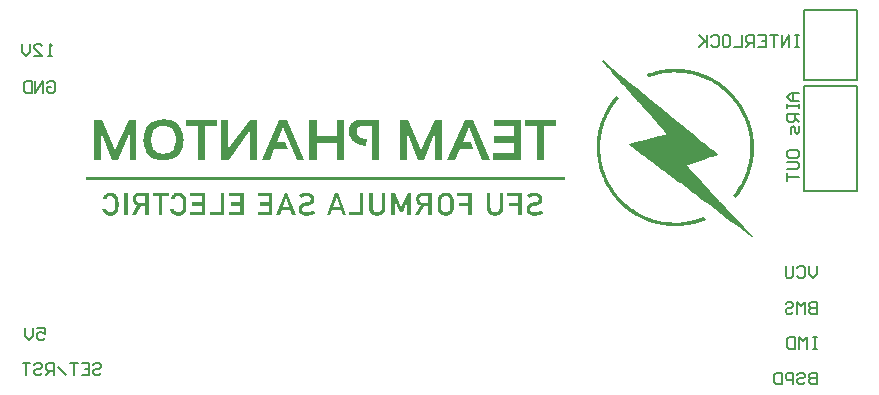
<source format=gbo>
G04*
G04 #@! TF.GenerationSoftware,Altium Limited,Altium Designer,18.1.9 (240)*
G04*
G04 Layer_Color=32896*
%FSLAX25Y25*%
%MOIN*%
G70*
G01*
G75*
%ADD11C,0.00787*%
%ADD46C,0.00591*%
G36*
X132070Y122929D02*
X129610D01*
Y128626D01*
X122974Y128626D01*
Y122928D01*
X120481D01*
X120481Y136297D01*
X122974D01*
Y130762D01*
X129610Y130762D01*
Y136297D01*
X132070D01*
X132070Y122929D01*
D02*
G37*
G36*
X103066Y122928D02*
X100638D01*
X100638Y132834D01*
X93614Y122928D01*
X91089D01*
X91089Y136297D01*
X93485D01*
X93485Y126554D01*
X100606Y136297D01*
X103066D01*
X103066Y122928D01*
D02*
G37*
G36*
X164893Y122929D02*
X162562D01*
X162562Y132186D01*
X158872Y122929D01*
X156768D01*
X153110Y132186D01*
X153110Y122929D01*
X150812D01*
X150812Y136297D01*
X153304D01*
X157804Y126133D01*
X162303Y136297D01*
X164893D01*
X164893Y122929D01*
D02*
G37*
G36*
X62895Y122928D02*
X60629D01*
X60629Y132186D01*
X56874Y122928D01*
X54803D01*
X51112Y132186D01*
X51112Y122928D01*
X48879D01*
X48879Y136297D01*
X51339D01*
X55806Y126133D01*
X60338Y136297D01*
X62895D01*
X62895Y122928D01*
D02*
G37*
G36*
X202701Y134161D02*
X198849D01*
X198849Y122929D01*
X196356D01*
X196356Y134161D01*
X192504D01*
Y136297D01*
X202701D01*
Y134161D01*
D02*
G37*
G36*
X191112Y122929D02*
X181822Y122929D01*
Y125032D01*
X188685Y125032D01*
Y128561D01*
X182243Y128561D01*
X182243Y130762D01*
X188652Y130762D01*
Y134161D01*
X181952Y134161D01*
Y136297D01*
X191112Y136297D01*
X191112Y122929D01*
D02*
G37*
G36*
X180689Y122929D02*
X178132D01*
X173697Y133740D01*
X171626Y128690D01*
X174345D01*
X175154Y126554D01*
X170719D01*
X169198Y122929D01*
X166511D01*
X172306Y136297D01*
X174960D01*
X180689Y122929D01*
D02*
G37*
G36*
X143788D02*
X141295D01*
X141295Y134096D01*
X137961D01*
X137670Y134064D01*
X137411Y134031D01*
X137216Y133967D01*
X137055Y133902D01*
X136893Y133805D01*
X136796Y133740D01*
X136763Y133708D01*
X136731Y133675D01*
X136569Y133513D01*
X136472Y133319D01*
X136343Y132898D01*
X136310Y132704D01*
X136278Y132542D01*
Y132445D01*
Y132413D01*
X136310Y132057D01*
X136407Y131701D01*
X136569Y131409D01*
X136699Y131183D01*
X136860Y130956D01*
X137022Y130827D01*
X137119Y130730D01*
X137152Y130697D01*
X137508Y130471D01*
X137929Y130276D01*
X138349Y130115D01*
X138738Y129985D01*
X139094Y129888D01*
X139418Y129823D01*
X139612Y129759D01*
X139677D01*
X139353Y127525D01*
X138835Y127622D01*
X138349Y127719D01*
X137896Y127849D01*
X137475Y127978D01*
X137119Y128108D01*
X136763Y128270D01*
X136440Y128399D01*
X136148Y128528D01*
X135922Y128658D01*
X135695Y128787D01*
X135533Y128917D01*
X135371Y129014D01*
X135274Y129079D01*
X135177Y129144D01*
X135112Y129208D01*
X134853Y129467D01*
X134627Y129726D01*
X134303Y130244D01*
X134044Y130794D01*
X133850Y131312D01*
X133753Y131765D01*
X133721Y132154D01*
X133688Y132283D01*
Y132380D01*
Y132445D01*
Y132478D01*
X133721Y133157D01*
X133850Y133740D01*
X134012Y134226D01*
X134206Y134614D01*
X134400Y134938D01*
X134562Y135164D01*
X134692Y135294D01*
X134724Y135326D01*
X135145Y135650D01*
X135630Y135877D01*
X136148Y136071D01*
X136634Y136168D01*
X137087Y136232D01*
X137443Y136297D01*
X143788D01*
X143788Y122929D01*
D02*
G37*
G36*
X118863Y122928D02*
X116338D01*
X111903Y133740D01*
X109767Y128690D01*
X112486D01*
X113327Y126554D01*
X108893D01*
X107339Y122928D01*
X104685D01*
X110511Y136297D01*
X113166D01*
X118863Y122928D01*
D02*
G37*
G36*
X89697Y134161D02*
X85845D01*
X85845Y122928D01*
X83353D01*
X83353Y134161D01*
X79533D01*
Y136297D01*
X89697D01*
Y134161D01*
D02*
G37*
G36*
X72509Y136362D02*
X73059Y136330D01*
X73609Y136232D01*
X74095Y136135D01*
X74548Y136006D01*
X74969Y135844D01*
X75325Y135682D01*
X75681Y135520D01*
X75972Y135359D01*
X76231Y135197D01*
X76458Y135067D01*
X76620Y134905D01*
X76749Y134808D01*
X76846Y134711D01*
X76911Y134679D01*
X76943Y134646D01*
X77235Y134323D01*
X77494Y133934D01*
X77720Y133546D01*
X77915Y133125D01*
X78206Y132283D01*
X78400Y131442D01*
X78497Y131053D01*
X78530Y130697D01*
X78562Y130374D01*
X78594Y130082D01*
X78627Y129856D01*
Y129694D01*
Y129564D01*
Y129532D01*
X78594Y128917D01*
X78497Y128367D01*
X78400Y127816D01*
X78271Y127331D01*
X78141Y126878D01*
X77979Y126457D01*
X77817Y126101D01*
X77656Y125745D01*
X77494Y125453D01*
X77332Y125194D01*
X77170Y124968D01*
X77041Y124806D01*
X76943Y124676D01*
X76846Y124579D01*
X76814Y124515D01*
X76782Y124482D01*
X76458Y124191D01*
X76102Y123932D01*
X75713Y123705D01*
X75293Y123511D01*
X74483Y123220D01*
X73707Y123026D01*
X73351Y122928D01*
X72994Y122896D01*
X72703Y122864D01*
X72412Y122831D01*
X72185Y122799D01*
X71894D01*
X71279Y122831D01*
X70696Y122864D01*
X70178Y122961D01*
X69693Y123058D01*
X69239Y123187D01*
X68851Y123317D01*
X68463Y123479D01*
X68139Y123641D01*
X67848Y123802D01*
X67589Y123964D01*
X67394Y124094D01*
X67200Y124223D01*
X67071Y124320D01*
X66974Y124417D01*
X66941Y124450D01*
X66909Y124482D01*
X66618Y124838D01*
X66359Y125194D01*
X66132Y125583D01*
X65938Y126004D01*
X65646Y126845D01*
X65452Y127655D01*
X65387Y128043D01*
X65355Y128399D01*
X65323Y128723D01*
X65290Y128982D01*
X65258Y129208D01*
X65258Y129402D01*
Y129499D01*
Y129532D01*
X65290Y130147D01*
X65323Y130730D01*
X65420Y131280D01*
X65517Y131765D01*
X65646Y132219D01*
X65776Y132639D01*
X65938Y133028D01*
X66067Y133352D01*
X66229Y133675D01*
X66391Y133934D01*
X66520Y134161D01*
X66650Y134323D01*
X66747Y134452D01*
X66844Y134582D01*
X66877Y134614D01*
X66909Y134646D01*
X67233Y134970D01*
X67589Y135229D01*
X67977Y135456D01*
X68366Y135650D01*
X69207Y135974D01*
X70016Y136168D01*
X70372Y136265D01*
X70728Y136297D01*
X71052Y136330D01*
X71343Y136362D01*
X71570Y136394D01*
X71894D01*
X72509Y136362D01*
D02*
G37*
G36*
X205711Y116066D02*
X45998Y116066D01*
Y117199D01*
X205711Y117199D01*
Y116066D01*
D02*
G37*
G36*
X244750Y153097D02*
X245462Y153033D01*
X246174Y152936D01*
X246821Y152838D01*
X247436Y152709D01*
X247987Y152612D01*
X248504Y152515D01*
X248958Y152418D01*
X249314Y152320D01*
X249605Y152256D01*
X249832Y152191D01*
X249994Y152126D01*
X250026D01*
X251515Y151641D01*
X252939Y151058D01*
X253587Y150734D01*
X254234Y150443D01*
X254817Y150152D01*
X255367Y149860D01*
X255853Y149569D01*
X256306Y149310D01*
X256694Y149083D01*
X257050Y148857D01*
X257309Y148695D01*
X257503Y148565D01*
X257633Y148501D01*
X257665Y148468D01*
X258928Y147465D01*
X260093Y146429D01*
X260643Y145911D01*
X261161Y145393D01*
X261614Y144908D01*
X262035Y144422D01*
X262456Y143969D01*
X262780Y143580D01*
X263103Y143192D01*
X263330Y142901D01*
X263557Y142642D01*
X263686Y142448D01*
X263783Y142318D01*
X263815Y142286D01*
X264722Y140926D01*
X265499Y139534D01*
X266146Y138240D01*
X266438Y137625D01*
X266697Y137042D01*
X266923Y136492D01*
X267117Y136006D01*
X267279Y135585D01*
X267409Y135229D01*
X267506Y134938D01*
X267570Y134711D01*
X267635Y134549D01*
Y134517D01*
X268024Y132963D01*
X268315Y131442D01*
X268444Y130697D01*
X268509Y130017D01*
X268606Y129338D01*
X268639Y128723D01*
X268671Y128172D01*
X268703Y127655D01*
X268736Y127201D01*
Y126813D01*
Y126489D01*
Y126263D01*
Y126133D01*
Y126068D01*
X268703Y125292D01*
X268639Y124482D01*
X268412Y122993D01*
X268283Y122281D01*
X268153Y121569D01*
X267991Y120954D01*
X267829Y120339D01*
X267700Y119789D01*
X267538Y119271D01*
X267409Y118850D01*
X267312Y118494D01*
X267182Y118170D01*
X267117Y117976D01*
X267085Y117814D01*
X267053Y117782D01*
X266438Y116293D01*
X265758Y114868D01*
X265402Y114221D01*
X265013Y113606D01*
X264657Y113023D01*
X264334Y112473D01*
X264010Y111987D01*
X263686Y111567D01*
X263427Y111178D01*
X263168Y110854D01*
X262974Y110596D01*
X262844Y110401D01*
X262747Y110272D01*
X262715Y110239D01*
X261809Y111049D01*
X262780Y112279D01*
X263589Y113541D01*
X264301Y114739D01*
X264625Y115289D01*
X264884Y115840D01*
X265143Y116325D01*
X265369Y116778D01*
X265531Y117167D01*
X265693Y117523D01*
X265790Y117782D01*
X265887Y118008D01*
X265920Y118138D01*
X265952Y118170D01*
X266438Y119659D01*
X266826Y121083D01*
X266988Y121763D01*
X267117Y122411D01*
X267214Y123058D01*
X267312Y123641D01*
X267376Y124159D01*
X267441Y124644D01*
X267473Y125097D01*
X267506Y125453D01*
X267538Y125745D01*
X267570Y125939D01*
Y126101D01*
Y126133D01*
Y127655D01*
X267473Y129111D01*
X267376Y129791D01*
X267312Y130438D01*
X267214Y131086D01*
X267085Y131668D01*
X266988Y132219D01*
X266891Y132704D01*
X266794Y133125D01*
X266729Y133481D01*
X266632Y133772D01*
X266599Y133999D01*
X266535Y134128D01*
Y134161D01*
X266017Y135617D01*
X265466Y137009D01*
X265143Y137657D01*
X264851Y138272D01*
X264528Y138855D01*
X264236Y139372D01*
X263945Y139858D01*
X263686Y140311D01*
X263459Y140667D01*
X263265Y140991D01*
X263071Y141250D01*
X262942Y141444D01*
X262877Y141574D01*
X262844Y141606D01*
X261873Y142868D01*
X261388Y143451D01*
X260870Y144001D01*
X260384Y144519D01*
X259899Y145005D01*
X259413Y145458D01*
X258960Y145846D01*
X258539Y146203D01*
X258151Y146526D01*
X257827Y146818D01*
X257536Y147044D01*
X257277Y147238D01*
X257115Y147368D01*
X256985Y147433D01*
X256953Y147465D01*
X255658Y148307D01*
X254396Y149019D01*
X253166Y149634D01*
X252583Y149893D01*
X252033Y150119D01*
X251547Y150313D01*
X251062Y150508D01*
X250673Y150637D01*
X250317Y150767D01*
X250058Y150864D01*
X249832Y150928D01*
X249702Y150993D01*
X249670D01*
X248213Y151382D01*
X246789Y151641D01*
X246077Y151738D01*
X245429Y151835D01*
X244782Y151900D01*
X244199Y151964D01*
X243649Y151997D01*
X243163D01*
X242710Y152029D01*
X241642D01*
X240865Y151997D01*
X240088Y151932D01*
X238599Y151705D01*
X237887Y151576D01*
X237240Y151446D01*
X236592Y151285D01*
X236010Y151155D01*
X235459Y150993D01*
X234974Y150831D01*
X234521Y150702D01*
X234165Y150605D01*
X233873Y150475D01*
X233679Y150411D01*
X233517Y150378D01*
X233485Y150346D01*
X233096Y151446D01*
X233873Y151738D01*
X234650Y151997D01*
X236172Y152418D01*
X236884Y152579D01*
X237596Y152709D01*
X238276Y152838D01*
X238891Y152936D01*
X239473Y153000D01*
X239991Y153065D01*
X240444Y153130D01*
X240833Y153162D01*
X241157D01*
X241383Y153194D01*
X243196D01*
X244750Y153097D01*
D02*
G37*
G36*
X154373Y104348D02*
X153240D01*
Y109074D01*
X153175D01*
X151621Y105449D01*
X150650D01*
X149096Y109074D01*
X149031D01*
Y104348D01*
X147866D01*
Y111890D01*
X148967D01*
X151103Y107002D01*
X153304Y111890D01*
X154373D01*
Y104348D01*
D02*
G37*
G36*
X185189Y106873D02*
X185156Y106484D01*
X185092Y106161D01*
X185059Y106031D01*
X185027Y105934D01*
X184995Y105869D01*
Y105837D01*
X184800Y105513D01*
X184606Y105254D01*
X184444Y105060D01*
X184380Y105028D01*
Y104996D01*
X184056Y104769D01*
X183797Y104575D01*
X183570Y104478D01*
X183538Y104445D01*
X183506D01*
X183150Y104348D01*
X182826Y104316D01*
X182664Y104283D01*
X182470D01*
X182049Y104316D01*
X181725Y104380D01*
X181596D01*
X181499Y104413D01*
X181434Y104445D01*
X181402D01*
X181078Y104607D01*
X180787Y104801D01*
X180625Y104931D01*
X180560Y104996D01*
X180301Y105287D01*
X180107Y105578D01*
X180010Y105772D01*
X179977Y105805D01*
Y105837D01*
X179848Y106193D01*
X179783Y106549D01*
X179751Y106679D01*
Y106776D01*
Y106841D01*
Y106873D01*
Y111890D01*
X180916D01*
Y107067D01*
X180948Y106776D01*
X180981Y106549D01*
X181013Y106420D01*
X181045Y106355D01*
X181143Y106161D01*
X181240Y105999D01*
X181337Y105869D01*
X181369Y105837D01*
X181531Y105708D01*
X181693Y105578D01*
X181822Y105546D01*
X181855Y105513D01*
X182049Y105481D01*
X182243Y105449D01*
X182729D01*
X182923Y105481D01*
X183052Y105513D01*
X183085D01*
X183279Y105611D01*
X183408Y105708D01*
X183538Y105805D01*
X183570Y105837D01*
X183732Y105999D01*
X183829Y106193D01*
X183894Y106323D01*
X183926Y106355D01*
X183991Y106582D01*
X184023Y106808D01*
Y107002D01*
Y107035D01*
Y107067D01*
Y111890D01*
X185189D01*
Y106873D01*
D02*
G37*
G36*
X145924Y106873D02*
X145892Y106484D01*
X145827Y106161D01*
X145794Y106031D01*
X145762Y105934D01*
X145730Y105869D01*
Y105837D01*
X145536Y105513D01*
X145341Y105254D01*
X145179Y105060D01*
X145115Y105028D01*
Y104996D01*
X144791Y104769D01*
X144532Y104575D01*
X144306Y104478D01*
X144273Y104445D01*
X144241D01*
X143885Y104348D01*
X143561Y104316D01*
X143399Y104283D01*
X143205D01*
X142784Y104316D01*
X142460Y104380D01*
X142331D01*
X142234Y104413D01*
X142169Y104445D01*
X142137D01*
X141813Y104607D01*
X141522Y104801D01*
X141360Y104931D01*
X141295Y104996D01*
X141036Y105287D01*
X140842Y105578D01*
X140745Y105772D01*
X140712Y105805D01*
Y105837D01*
X140583Y106193D01*
X140518Y106549D01*
X140486Y106679D01*
Y106776D01*
Y106841D01*
Y106873D01*
Y111890D01*
X141651D01*
Y107067D01*
X141683Y106776D01*
X141716Y106549D01*
X141748Y106420D01*
X141781Y106355D01*
X141878Y106161D01*
X141975Y105999D01*
X142072Y105869D01*
X142104Y105837D01*
X142234Y105708D01*
X142396Y105578D01*
X142493Y105546D01*
X142558Y105513D01*
X142784Y105481D01*
X142978Y105449D01*
X143464D01*
X143658Y105481D01*
X143788Y105513D01*
X143820D01*
X144014Y105611D01*
X144144Y105708D01*
X144273Y105805D01*
X144306Y105837D01*
X144467Y105999D01*
X144564Y106193D01*
X144629Y106323D01*
X144662Y106355D01*
X144726Y106582D01*
X144759Y106808D01*
Y107002D01*
Y107035D01*
Y107067D01*
Y111890D01*
X145924D01*
Y106873D01*
D02*
G37*
G36*
X77429Y111923D02*
X77623Y111890D01*
X77656Y111858D01*
X77688D01*
X77947Y111793D01*
X78141Y111696D01*
X78271Y111599D01*
X78335Y111567D01*
X78530Y111405D01*
X78692Y111275D01*
X78821Y111146D01*
X78853Y111113D01*
X79015Y110919D01*
X79145Y110790D01*
X79242Y110660D01*
X79274Y110628D01*
X79339Y110401D01*
X79371Y110304D01*
Y110272D01*
X79468Y110013D01*
X79501Y109916D01*
Y109883D01*
X79533Y109689D01*
Y109462D01*
Y109268D01*
Y109236D01*
Y109204D01*
Y108880D01*
Y108524D01*
Y108394D01*
Y108265D01*
Y108200D01*
Y108168D01*
Y107682D01*
Y107488D01*
Y107326D01*
Y107197D01*
Y107099D01*
Y107035D01*
Y107002D01*
Y106711D01*
X79501Y106517D01*
Y106387D01*
Y106355D01*
X79468Y106193D01*
Y106161D01*
Y106128D01*
X79404Y105999D01*
X79371Y105967D01*
X79339Y105869D01*
Y105837D01*
Y105805D01*
X79274Y105675D01*
Y105643D01*
Y105611D01*
X79112Y105449D01*
X78983Y105287D01*
X78886Y105190D01*
X78853Y105157D01*
X78692Y104996D01*
X78497Y104834D01*
X78368Y104736D01*
X78335Y104704D01*
X78109Y104575D01*
X77915Y104478D01*
X77753Y104413D01*
X77688Y104380D01*
X77397Y104316D01*
X77105Y104283D01*
X76846D01*
X76490Y104316D01*
X76199Y104348D01*
X76005Y104380D01*
X75972Y104413D01*
X75940D01*
X75649Y104542D01*
X75390Y104672D01*
X75228Y104769D01*
X75163Y104801D01*
X74904Y105028D01*
X74710Y105254D01*
X74581Y105416D01*
X74548Y105449D01*
Y105481D01*
X74386Y105805D01*
X74257Y106128D01*
X74225Y106290D01*
Y106387D01*
X74192Y106452D01*
Y106484D01*
X75390D01*
X75584Y106161D01*
X75778Y105902D01*
X75940Y105772D01*
X75972Y105708D01*
X76005D01*
X76296Y105546D01*
X76555Y105481D01*
X76749Y105449D01*
X77008D01*
X77138Y105481D01*
X77267D01*
X77461Y105546D01*
X77494Y105611D01*
X77526D01*
X77720Y105708D01*
X77785Y105740D01*
X77817D01*
X77979Y105902D01*
X78012Y105934D01*
X78044Y105967D01*
X78174Y106128D01*
X78238Y106193D01*
Y106226D01*
X78271Y106355D01*
X78303Y106484D01*
X78335Y106549D01*
Y106582D01*
X78368Y106776D01*
X78400Y107002D01*
Y107132D01*
Y107197D01*
Y107520D01*
Y107844D01*
Y107974D01*
Y108071D01*
Y108135D01*
Y108168D01*
Y108524D01*
Y108815D01*
Y109009D01*
Y109042D01*
Y109074D01*
Y109333D01*
X78368Y109527D01*
X78335Y109624D01*
Y109657D01*
X78271Y109883D01*
X78238Y109948D01*
Y109980D01*
X78174Y110110D01*
X78109Y110207D01*
X78076Y110239D01*
X78044Y110272D01*
X77882Y110434D01*
X77850Y110466D01*
X77817D01*
X77623Y110628D01*
X77559Y110660D01*
X77526Y110693D01*
X77364Y110757D01*
X77267D01*
X77105Y110790D01*
X76976Y110822D01*
X76879Y110854D01*
X76846D01*
X76652Y110822D01*
X76490Y110757D01*
X76361Y110725D01*
X76328D01*
X76167Y110693D01*
X76037Y110628D01*
X75940Y110563D01*
X75908Y110531D01*
X75778Y110401D01*
X75713Y110272D01*
X75649Y110175D01*
X75616Y110142D01*
X75519Y109980D01*
X75454Y109851D01*
X75390Y109754D01*
Y109722D01*
X74192D01*
X74289Y110078D01*
X74386Y110369D01*
X74483Y110563D01*
X74516Y110596D01*
Y110628D01*
X74678Y110919D01*
X74840Y111113D01*
X74969Y111275D01*
X75034Y111308D01*
X75325Y111534D01*
X75584Y111696D01*
X75778Y111761D01*
X75843Y111793D01*
X75875D01*
X76231Y111890D01*
X76523Y111923D01*
X76652Y111955D01*
X77170D01*
X77429Y111923D01*
D02*
G37*
G36*
X54770Y111923D02*
X54964Y111890D01*
X54997Y111858D01*
X55029D01*
X55288Y111793D01*
X55515Y111696D01*
X55676Y111599D01*
X55709Y111567D01*
X55741D01*
X55935Y111405D01*
X56097Y111275D01*
X56194Y111146D01*
X56227Y111113D01*
X56356Y110919D01*
X56486Y110790D01*
X56550Y110660D01*
X56583Y110628D01*
X56680Y110401D01*
X56712Y110304D01*
X56745Y110272D01*
X56809Y110142D01*
X56842Y110013D01*
Y109916D01*
Y109883D01*
X56874Y109689D01*
Y109462D01*
X56906Y109268D01*
Y109236D01*
Y109204D01*
X56939Y108880D01*
Y108524D01*
Y108394D01*
Y108265D01*
Y108200D01*
Y108168D01*
Y107682D01*
Y107488D01*
X56906Y107326D01*
Y107197D01*
Y107099D01*
Y107035D01*
Y107002D01*
X56874Y106711D01*
Y106517D01*
X56842Y106387D01*
Y106355D01*
X56809Y106193D01*
Y106161D01*
Y106128D01*
X56745Y105999D01*
X56712Y105967D01*
X56680Y105869D01*
Y105837D01*
Y105805D01*
X56615Y105675D01*
X56583Y105643D01*
Y105611D01*
X56453Y105449D01*
X56356Y105287D01*
X56259Y105190D01*
X56227Y105157D01*
X56065Y104996D01*
X55903Y104834D01*
X55774Y104736D01*
X55741Y104704D01*
X55482Y104575D01*
X55256Y104478D01*
X55094Y104413D01*
X55029Y104380D01*
X54738Y104316D01*
X54479Y104283D01*
X54220D01*
X53864Y104316D01*
X53540Y104348D01*
X53346Y104380D01*
X53313Y104413D01*
X53281D01*
X52990Y104542D01*
X52731Y104672D01*
X52569Y104769D01*
X52504Y104801D01*
X52278Y105028D01*
X52083Y105254D01*
X51954Y105416D01*
X51921Y105449D01*
Y105481D01*
X51760Y105805D01*
X51630Y106128D01*
X51598Y106290D01*
X51565Y106387D01*
X51533Y106452D01*
Y106484D01*
X52795D01*
X52990Y106161D01*
X53184Y105902D01*
X53313Y105772D01*
X53346Y105708D01*
X53378D01*
X53637Y105546D01*
X53929Y105481D01*
X54123Y105449D01*
X54349D01*
X54479Y105481D01*
X54576D01*
X54803Y105546D01*
X54900Y105611D01*
X54932D01*
X55094Y105708D01*
X55126Y105740D01*
X55159D01*
X55320Y105902D01*
X55353Y105934D01*
X55385Y105967D01*
X55547Y106128D01*
X55579Y106193D01*
X55612Y106226D01*
X55644Y106355D01*
X55676Y106484D01*
Y106549D01*
Y106582D01*
X55709Y106776D01*
X55741Y107002D01*
X55774Y107132D01*
Y107197D01*
X55806Y107520D01*
Y107844D01*
Y107974D01*
Y108071D01*
Y108135D01*
Y108168D01*
Y108524D01*
X55774Y108815D01*
Y109009D01*
Y109042D01*
Y109074D01*
X55741Y109333D01*
X55709Y109527D01*
X55676Y109624D01*
Y109657D01*
X55644Y109883D01*
X55612Y109948D01*
Y109980D01*
X55547Y110110D01*
X55450Y110207D01*
X55418Y110239D01*
X55385Y110272D01*
X55223Y110434D01*
X55191Y110466D01*
X55159D01*
X54997Y110628D01*
X54932Y110660D01*
Y110693D01*
X54803Y110725D01*
X54673Y110757D01*
X54576D01*
X54349Y110822D01*
X54252Y110854D01*
X54220D01*
X54026Y110822D01*
X53864Y110757D01*
X53767Y110725D01*
X53734D01*
X53540Y110693D01*
X53378Y110628D01*
X53281Y110563D01*
X53249Y110531D01*
X53152Y110401D01*
X53054Y110272D01*
X53022Y110175D01*
X52990Y110142D01*
X52893Y109980D01*
X52828Y109851D01*
X52795Y109754D01*
Y109722D01*
X51533D01*
X51630Y110078D01*
X51760Y110369D01*
X51857Y110563D01*
X51889Y110596D01*
Y110628D01*
X52083Y110919D01*
X52245Y111113D01*
X52375Y111275D01*
X52439Y111308D01*
X52731Y111534D01*
X52990Y111696D01*
X53184Y111761D01*
X53216Y111793D01*
X53249D01*
X53572Y111890D01*
X53896Y111923D01*
X54026Y111955D01*
X54511D01*
X54770Y111923D01*
D02*
G37*
G36*
X191274Y104348D02*
X190141D01*
Y107585D01*
X186969D01*
Y108621D01*
X190141D01*
Y110854D01*
X186451D01*
Y111890D01*
X191274D01*
Y104348D01*
D02*
G37*
G36*
X174669Y104348D02*
X173536D01*
Y107585D01*
X170363D01*
Y108621D01*
X173536D01*
Y110854D01*
X169845D01*
Y111890D01*
X174669D01*
Y104348D01*
D02*
G37*
G36*
X161429D02*
X160264D01*
Y107585D01*
X158775D01*
X157221Y104348D01*
X155829D01*
X157610Y107682D01*
X157351Y107812D01*
X157124Y107941D01*
X156930Y108071D01*
X156768Y108200D01*
X156671Y108297D01*
X156574Y108394D01*
X156509Y108459D01*
Y108491D01*
X156379Y108686D01*
X156282Y108912D01*
X156153Y109365D01*
Y109527D01*
X156121Y109689D01*
Y109786D01*
Y109819D01*
X156185Y110175D01*
X156250Y110466D01*
X156315Y110660D01*
X156347Y110693D01*
Y110725D01*
X156509Y111016D01*
X156671Y111243D01*
X156800Y111372D01*
X156833Y111437D01*
X156865D01*
X157124Y111599D01*
X157383Y111696D01*
X157545Y111728D01*
X157577Y111761D01*
X157610D01*
X157901Y111826D01*
X158160Y111890D01*
X161429D01*
Y104348D01*
D02*
G37*
G36*
X138479D02*
X133623D01*
Y105449D01*
X137378D01*
Y111890D01*
X138479D01*
Y104348D01*
D02*
G37*
G36*
X132814D02*
X131616D01*
X131034Y106031D01*
X128153D01*
X127570Y104348D01*
X126373D01*
X129124Y111890D01*
X130063D01*
X132814Y104348D01*
D02*
G37*
G36*
X116047Y104348D02*
X114849D01*
X114266Y106031D01*
X111385D01*
X110803Y104348D01*
X109573D01*
X112356Y111890D01*
X113263D01*
X116047Y104348D01*
D02*
G37*
G36*
X108245D02*
X103422D01*
Y105449D01*
X107112D01*
Y107617D01*
X103940D01*
Y108686D01*
X107112D01*
Y110854D01*
X103422D01*
Y111890D01*
X108245D01*
Y104348D01*
D02*
G37*
G36*
X98696D02*
X93841D01*
Y105449D01*
X97531D01*
Y107617D01*
X94359D01*
Y108686D01*
X97531D01*
Y110854D01*
X93841D01*
Y111890D01*
X98696D01*
Y104348D01*
D02*
G37*
G36*
X92222D02*
X87399D01*
Y105449D01*
X91089D01*
Y111890D01*
X92222D01*
Y104348D01*
D02*
G37*
G36*
X85781D02*
X80925D01*
Y105449D01*
X84615D01*
Y107617D01*
X81443D01*
Y108686D01*
X84615D01*
Y110854D01*
X80925D01*
Y111890D01*
X85781D01*
Y104348D01*
D02*
G37*
G36*
X73609Y110919D02*
X71538D01*
Y104348D01*
X70372D01*
Y110919D01*
X68301Y110919D01*
Y111890D01*
X73609Y111890D01*
Y110919D01*
D02*
G37*
G36*
X66974Y104348D02*
X65808D01*
Y107585D01*
X64384D01*
X62766Y104348D01*
X61438D01*
X63186Y107682D01*
X62927Y107812D01*
X62733Y107941D01*
X62539Y108071D01*
X62377Y108200D01*
X62280Y108297D01*
X62183Y108394D01*
X62118Y108459D01*
Y108491D01*
X61989Y108686D01*
X61892Y108912D01*
X61762Y109365D01*
Y109527D01*
X61730Y109689D01*
Y109786D01*
Y109819D01*
X61762Y110175D01*
X61827Y110466D01*
X61892Y110660D01*
X61924Y110693D01*
Y110725D01*
X62086Y111016D01*
X62280Y111243D01*
X62409Y111372D01*
X62442Y111437D01*
X62474D01*
X62701Y111599D01*
X62927Y111696D01*
X63089Y111728D01*
X63122Y111761D01*
X63154D01*
X63445Y111826D01*
X63737Y111890D01*
X66974D01*
Y104348D01*
D02*
G37*
G36*
X59949D02*
X58784D01*
Y111890D01*
X59949D01*
Y104348D01*
D02*
G37*
G36*
X196130Y111923D02*
X196454Y111890D01*
X196583Y111858D01*
X196680Y111826D01*
X196745Y111793D01*
X196777D01*
X197069Y111664D01*
X197328Y111534D01*
X197457Y111437D01*
X197522Y111372D01*
X197748Y111146D01*
X197910Y110919D01*
X198007Y110725D01*
X198040Y110693D01*
Y110660D01*
X198137Y110369D01*
X198169Y110078D01*
X198202Y109948D01*
Y109851D01*
Y109786D01*
Y109754D01*
X198169Y109463D01*
X198137Y109236D01*
X198104Y109074D01*
X198072Y109042D01*
Y109009D01*
X197943Y108783D01*
X197813Y108589D01*
X197716Y108459D01*
X197684Y108394D01*
X197457Y108200D01*
X197263Y108038D01*
X197101Y107909D01*
X197036Y107876D01*
X196745Y107747D01*
X196454Y107682D01*
X196259Y107617D01*
X196195D01*
X196000Y107585D01*
X195806D01*
X195677Y107553D01*
X195644D01*
X195450Y107520D01*
X195159D01*
X194868Y107391D01*
X194641Y107294D01*
X194479Y107164D01*
X194447Y107132D01*
X194285Y106938D01*
X194220Y106711D01*
X194188Y106549D01*
Y106517D01*
Y106484D01*
Y106290D01*
X194252Y106161D01*
X194382Y105902D01*
X194511Y105772D01*
X194544Y105708D01*
X194576D01*
X194738Y105611D01*
X194900Y105546D01*
X195256Y105481D01*
X195418Y105449D01*
X195677D01*
X196130Y105481D01*
X196486Y105546D01*
X196648D01*
X196745Y105578D01*
X196810Y105611D01*
X196842D01*
X197231Y105772D01*
X197522Y105967D01*
X197651Y106064D01*
X197748Y106128D01*
X197781Y106161D01*
X197813Y106193D01*
X198622Y105319D01*
X198137Y104996D01*
X197684Y104736D01*
X197522Y104639D01*
X197392Y104607D01*
X197295Y104542D01*
X197263D01*
X196713Y104381D01*
X196454Y104348D01*
X196195Y104316D01*
X196000Y104283D01*
X195677D01*
X195223Y104316D01*
X194835Y104381D01*
X194511Y104445D01*
X194252Y104575D01*
X194026Y104672D01*
X193896Y104736D01*
X193799Y104801D01*
X193767Y104834D01*
X193540Y105060D01*
X193378Y105319D01*
X193217Y105611D01*
X193152Y105869D01*
X193087Y106096D01*
X193055Y106290D01*
X193022Y106452D01*
Y106484D01*
X193055Y106776D01*
X193087Y107002D01*
X193120Y107164D01*
X193152Y107229D01*
X193249Y107488D01*
X193378Y107715D01*
X193508Y107844D01*
X193540Y107909D01*
X193735Y108103D01*
X193961Y108265D01*
X194123Y108362D01*
X194155Y108394D01*
X194188D01*
X194479Y108524D01*
X194770Y108621D01*
X194900Y108653D01*
X194997Y108686D01*
X195580D01*
X195709Y108718D01*
X195839Y108750D01*
X195936Y108783D01*
X195968D01*
X196162Y108847D01*
X196324Y108880D01*
X196421Y108912D01*
X196454D01*
X196583Y108977D01*
X196680Y109074D01*
X196745Y109107D01*
X196777Y109139D01*
X196907Y109333D01*
X196939Y109398D01*
X196971Y109430D01*
X197036Y109560D01*
X197069Y109657D01*
Y109722D01*
Y109754D01*
X197036Y109948D01*
X197004Y110110D01*
X196971Y110207D01*
X196939Y110239D01*
X196842Y110401D01*
X196745Y110498D01*
X196680Y110531D01*
X196648Y110563D01*
X196389Y110725D01*
X196292Y110757D01*
X196259D01*
X196098Y110822D01*
X195936Y110854D01*
X195774D01*
X195385Y110790D01*
X195062Y110725D01*
X194965Y110693D01*
X194868D01*
X194803Y110660D01*
X194770D01*
X194414Y110531D01*
X194155Y110401D01*
X193961Y110304D01*
X193929Y110239D01*
X193896D01*
X193249Y111211D01*
X193637Y111437D01*
X193993Y111631D01*
X194155Y111696D01*
X194285Y111728D01*
X194350Y111761D01*
X194382D01*
X194835Y111890D01*
X195288Y111923D01*
X195450Y111955D01*
X195741D01*
X196130Y111923D01*
D02*
G37*
G36*
X166576Y111923D02*
X166770Y111890D01*
X166803Y111858D01*
X166835D01*
X167094Y111793D01*
X167288Y111696D01*
X167418Y111599D01*
X167482Y111567D01*
X167677Y111405D01*
X167839Y111275D01*
X167968Y111146D01*
X168000Y111113D01*
X168162Y110919D01*
X168259Y110790D01*
X168324Y110660D01*
X168356Y110628D01*
X168486Y110401D01*
X168518Y110304D01*
Y110272D01*
X168583Y110013D01*
X168615Y109916D01*
Y109883D01*
Y109689D01*
Y109462D01*
X168648Y109268D01*
Y109236D01*
Y109204D01*
X168680Y108880D01*
Y108524D01*
Y108394D01*
Y108265D01*
Y108200D01*
Y108168D01*
Y107682D01*
Y107488D01*
X168648Y107326D01*
Y107197D01*
Y107099D01*
Y107035D01*
Y107002D01*
X168615Y106711D01*
Y106517D01*
Y106387D01*
Y106355D01*
X168583Y106193D01*
X168551Y106161D01*
Y106128D01*
X168518Y105999D01*
Y105967D01*
X168454Y105869D01*
X168421Y105837D01*
Y105805D01*
X168389Y105675D01*
X168356Y105643D01*
Y105611D01*
X168259Y105449D01*
X168130Y105287D01*
X168033Y105190D01*
X168000Y105157D01*
X167839Y104996D01*
X167644Y104834D01*
X167515Y104736D01*
X167482Y104704D01*
X167256Y104575D01*
X167062Y104478D01*
X166900Y104413D01*
X166835Y104380D01*
X166544Y104316D01*
X166252Y104283D01*
X165993D01*
X165670Y104316D01*
X165378Y104348D01*
X165217Y104380D01*
X165152D01*
X164893Y104478D01*
X164666Y104607D01*
X164537Y104672D01*
X164472Y104704D01*
X164278Y104866D01*
X164116Y105028D01*
X163987Y105125D01*
X163954Y105157D01*
X163792Y105319D01*
X163695Y105481D01*
X163630Y105578D01*
X163598Y105611D01*
X163469Y105837D01*
X163436Y105902D01*
Y105934D01*
X163404Y106096D01*
X163371Y106226D01*
X163339Y106323D01*
Y106355D01*
Y106549D01*
X163307Y106776D01*
Y106938D01*
Y106970D01*
Y107002D01*
X163274Y107391D01*
Y107747D01*
Y107909D01*
Y108038D01*
Y108135D01*
Y108168D01*
Y108589D01*
Y108912D01*
X163307Y109042D01*
Y109139D01*
Y109171D01*
Y109204D01*
X163339Y109495D01*
Y109722D01*
Y109851D01*
Y109883D01*
X163371Y110045D01*
X163404Y110175D01*
X163436Y110239D01*
Y110272D01*
X163501Y110401D01*
X163533Y110531D01*
X163566Y110596D01*
X163598Y110628D01*
X163695Y110790D01*
X163825Y110952D01*
X163922Y111081D01*
X163954Y111113D01*
X164116Y111308D01*
X164310Y111437D01*
X164407Y111534D01*
X164472Y111567D01*
X164699Y111696D01*
X164925Y111793D01*
X165087Y111858D01*
X165152D01*
X165443Y111923D01*
X165702Y111955D01*
X166317D01*
X166576Y111923D01*
D02*
G37*
G36*
X120125Y111923D02*
X120449Y111890D01*
X120578Y111858D01*
X120675Y111826D01*
X120708Y111793D01*
X120740D01*
X121031Y111664D01*
X121290Y111534D01*
X121452Y111437D01*
X121485Y111372D01*
X121517D01*
X121744Y111146D01*
X121906Y110919D01*
X122003Y110725D01*
X122035Y110693D01*
Y110660D01*
X122100Y110369D01*
X122132Y110078D01*
X122164Y109948D01*
Y109851D01*
Y109786D01*
Y109754D01*
X122132Y109462D01*
X122100Y109236D01*
X122067Y109074D01*
Y109042D01*
Y109009D01*
X121938Y108783D01*
X121808Y108589D01*
X121679Y108459D01*
X121646Y108394D01*
X121452Y108200D01*
X121258Y108038D01*
X121096Y107909D01*
X121031Y107876D01*
X120740Y107747D01*
X120416Y107682D01*
X120319Y107650D01*
X120222Y107617D01*
X120125D01*
X119963Y107585D01*
X119801D01*
X119672Y107553D01*
X119640D01*
X119445Y107520D01*
X119154D01*
X118830Y107391D01*
X118571Y107294D01*
X118442Y107164D01*
X118410Y107132D01*
X118280Y106938D01*
X118215Y106711D01*
X118183Y106549D01*
Y106517D01*
Y106484D01*
Y106290D01*
X118248Y106161D01*
X118377Y105902D01*
X118507Y105772D01*
X118539Y105708D01*
X118571D01*
X118733Y105611D01*
X118895Y105546D01*
X119251Y105481D01*
X119413Y105449D01*
X119672D01*
X120125Y105481D01*
X120481Y105546D01*
X120643D01*
X120740Y105578D01*
X120805Y105611D01*
X120837D01*
X121193Y105772D01*
X121517Y105967D01*
X121646Y106064D01*
X121744Y106128D01*
X121776Y106161D01*
X121808Y106193D01*
X122553Y105319D01*
X122100Y104996D01*
X121679Y104736D01*
X121517Y104639D01*
X121388Y104607D01*
X121290Y104542D01*
X121258D01*
X120708Y104380D01*
X120449Y104348D01*
X120190Y104316D01*
X119996Y104283D01*
X119672D01*
X119219Y104316D01*
X118798Y104380D01*
X118474Y104445D01*
X118183Y104575D01*
X117956Y104672D01*
X117827Y104736D01*
X117730Y104801D01*
X117697Y104834D01*
X117471Y105060D01*
X117309Y105319D01*
X117179Y105611D01*
X117115Y105869D01*
X117050Y106096D01*
X117018Y106290D01*
Y106452D01*
Y106484D01*
X117050Y106776D01*
X117082Y107002D01*
X117115Y107164D01*
X117147Y107229D01*
X117244Y107488D01*
X117374Y107715D01*
X117503Y107844D01*
X117535Y107909D01*
X117730Y108103D01*
X117956Y108265D01*
X118118Y108362D01*
X118150Y108394D01*
X118183D01*
X118474Y108524D01*
X118766Y108621D01*
X118895Y108653D01*
X118992Y108686D01*
X119607D01*
X119737Y108718D01*
X119866Y108750D01*
X119931Y108783D01*
X119963D01*
X120158Y108847D01*
X120319Y108880D01*
X120416Y108912D01*
X120449D01*
X120578Y108977D01*
X120675Y109074D01*
X120740Y109107D01*
X120773Y109139D01*
X120902Y109333D01*
X120967Y109398D01*
Y109430D01*
X120999Y109657D01*
Y109722D01*
Y109754D01*
Y109948D01*
X120967Y110110D01*
X120934Y110207D01*
Y110239D01*
X120837Y110401D01*
X120740Y110498D01*
X120675Y110531D01*
X120643Y110563D01*
X120384Y110725D01*
X120287Y110757D01*
X120255D01*
X120093Y110822D01*
X119898Y110854D01*
X119737D01*
X119413Y110790D01*
X119089Y110725D01*
X118960Y110693D01*
X118895D01*
X118830Y110660D01*
X118798D01*
X118442Y110531D01*
X118150Y110401D01*
X117956Y110304D01*
X117924Y110239D01*
X117892D01*
X117244Y111211D01*
X117633Y111437D01*
X117989Y111631D01*
X118150Y111696D01*
X118280Y111728D01*
X118345Y111761D01*
X118377D01*
X118830Y111890D01*
X119251Y111923D01*
X119413Y111955D01*
X119672D01*
X120125Y111923D01*
D02*
G37*
G36*
X223742Y143483D02*
X223191Y142868D01*
X222706Y142221D01*
X222220Y141606D01*
X221799Y140991D01*
X221378Y140376D01*
X221022Y139761D01*
X220699Y139211D01*
X220375Y138660D01*
X220116Y138175D01*
X219889Y137722D01*
X219695Y137301D01*
X219533Y136977D01*
X219404Y136686D01*
X219307Y136459D01*
X219274Y136330D01*
X219242Y136297D01*
X218724Y134808D01*
X218303Y133352D01*
X218142Y132672D01*
X218012Y131992D01*
X217882Y131345D01*
X217785Y130762D01*
X217688Y130212D01*
X217623Y129726D01*
X217591Y129273D01*
X217559Y128917D01*
X217527Y128626D01*
X217494Y128399D01*
Y128237D01*
Y128205D01*
X217462Y127428D01*
X217494Y126683D01*
X217559Y125194D01*
X217624Y124515D01*
X217721Y123835D01*
X217818Y123187D01*
X217915Y122572D01*
X218012Y122022D01*
X218142Y121537D01*
X218239Y121083D01*
X218303Y120727D01*
X218400Y120436D01*
X218433Y120209D01*
X218498Y120047D01*
Y120015D01*
X218724Y119271D01*
X218983Y118526D01*
X219566Y117102D01*
X219889Y116422D01*
X220181Y115807D01*
X220504Y115224D01*
X220796Y114674D01*
X221087Y114156D01*
X221378Y113703D01*
X221605Y113315D01*
X221832Y112991D01*
X221993Y112732D01*
X222123Y112538D01*
X222220Y112408D01*
X222252Y112376D01*
X223224Y111081D01*
X223742Y110498D01*
X224259Y109916D01*
X224777Y109398D01*
X225263Y108912D01*
X225748Y108459D01*
X226234Y108038D01*
X226655Y107682D01*
X227043Y107359D01*
X227399Y107067D01*
X227723Y106841D01*
X227950Y106646D01*
X228144Y106517D01*
X228273Y106452D01*
X228306Y106420D01*
X229633Y105578D01*
X230928Y104834D01*
X232190Y104219D01*
X232773Y103960D01*
X233323Y103733D01*
X233841Y103539D01*
X234294Y103345D01*
X234715Y103183D01*
X235071Y103086D01*
X235362Y102989D01*
X235557Y102924D01*
X235718Y102859D01*
X235751D01*
X237240Y102503D01*
X238696Y102244D01*
X239409Y102179D01*
X240088Y102115D01*
X240736Y102050D01*
X241351Y102017D01*
X241901Y101985D01*
X242387D01*
X242840Y101953D01*
X243228D01*
X243520Y101985D01*
X243940D01*
X244717Y102050D01*
X245494Y102147D01*
X247016Y102374D01*
X247728Y102535D01*
X248407Y102697D01*
X249055Y102859D01*
X249670Y103053D01*
X250220Y103215D01*
X250706Y103377D01*
X251159Y103539D01*
X251515Y103668D01*
X251806Y103765D01*
X252033Y103863D01*
X252195Y103895D01*
X252227Y103927D01*
X252713Y102859D01*
X251806Y102503D01*
X250900Y102179D01*
X250058Y101920D01*
X249314Y101694D01*
X248958Y101597D01*
X248666Y101532D01*
X248407Y101467D01*
X248148Y101402D01*
X247987Y101370D01*
X247857Y101338D01*
X247760Y101305D01*
X247728D01*
X246757Y101144D01*
X245818Y101014D01*
X244944Y100917D01*
X244167Y100852D01*
X243811Y100820D01*
X243228D01*
X243002Y100787D01*
X241901D01*
X241254Y100820D01*
X240671Y100884D01*
X240121Y100917D01*
X239700Y100982D01*
X239344Y101014D01*
X239214D01*
X239117Y101046D01*
X239053D01*
X238405Y101144D01*
X237758Y101273D01*
X237175Y101402D01*
X236657Y101499D01*
X236204Y101597D01*
X235848Y101694D01*
X235718Y101726D01*
X235621D01*
X235589Y101759D01*
X235557D01*
X234747Y101985D01*
X233970Y102244D01*
X233226Y102535D01*
X232481Y102827D01*
X231802Y103118D01*
X231122Y103409D01*
X230507Y103733D01*
X229957Y104024D01*
X229406Y104316D01*
X228953Y104575D01*
X228532Y104834D01*
X228209Y105028D01*
X227917Y105222D01*
X227723Y105352D01*
X227593Y105416D01*
X227561Y105449D01*
X226234Y106452D01*
X225619Y106970D01*
X225036Y107520D01*
X224454Y108038D01*
X223936Y108556D01*
X223482Y109042D01*
X223029Y109527D01*
X222641Y109980D01*
X222285Y110369D01*
X221993Y110757D01*
X221734Y111049D01*
X221540Y111308D01*
X221411Y111502D01*
X221314Y111631D01*
X221281Y111664D01*
X220375Y113056D01*
X219598Y114447D01*
X218918Y115775D01*
X218627Y116422D01*
X218368Y117005D01*
X218174Y117555D01*
X217980Y118073D01*
X217785Y118526D01*
X217656Y118882D01*
X217559Y119206D01*
X217494Y119432D01*
X217429Y119562D01*
Y119627D01*
X217203Y120436D01*
X217008Y121245D01*
X216717Y122831D01*
X216620Y123576D01*
X216523Y124320D01*
X216458Y125000D01*
X216393Y125648D01*
X216361Y126230D01*
Y126780D01*
Y127234D01*
X216329Y127655D01*
X216361Y127978D01*
Y128205D01*
Y128334D01*
Y128399D01*
X216426Y129241D01*
X216523Y130050D01*
X216750Y131604D01*
X216911Y132348D01*
X217073Y133028D01*
X217235Y133708D01*
X217397Y134323D01*
X217559Y134873D01*
X217721Y135391D01*
X217882Y135844D01*
X218012Y136200D01*
X218109Y136524D01*
X218206Y136718D01*
X218239Y136880D01*
X218271Y136912D01*
X218951Y138401D01*
X219307Y139113D01*
X219695Y139793D01*
X220084Y140441D01*
X220440Y141056D01*
X220828Y141638D01*
X221184Y142156D01*
X221508Y142609D01*
X221832Y143030D01*
X222123Y143419D01*
X222350Y143710D01*
X222544Y143969D01*
X222706Y144131D01*
X222803Y144260D01*
X222835Y144293D01*
X223742Y143483D01*
D02*
G37*
G36*
X220084Y154683D02*
X221832Y153259D01*
X222673Y152579D01*
X223450Y151932D01*
X224195Y151317D01*
X224907Y150734D01*
X225554Y150184D01*
X226137Y149731D01*
X226655Y149310D01*
X227076Y148954D01*
X227432Y148663D01*
X227691Y148436D01*
X227853Y148307D01*
X227917Y148274D01*
X229698Y146818D01*
X231413Y145393D01*
X232255Y144713D01*
X233032Y144066D01*
X233776Y143451D01*
X234488Y142868D01*
X235136Y142350D01*
X235718Y141865D01*
X236236Y141444D01*
X236657Y141088D01*
X237013Y140797D01*
X237272Y140603D01*
X237434Y140441D01*
X237499Y140408D01*
X239312Y138952D01*
X241059Y137527D01*
X241869Y136848D01*
X242678Y136200D01*
X243422Y135585D01*
X244135Y135003D01*
X244782Y134452D01*
X245397Y133999D01*
X245915Y133578D01*
X246336Y133222D01*
X246692Y132931D01*
X246951Y132704D01*
X247113Y132575D01*
X247177Y132542D01*
X248990Y131086D01*
X250738Y129661D01*
X251580Y128982D01*
X252389Y128334D01*
X253133Y127719D01*
X253846Y127137D01*
X254525Y126586D01*
X255108Y126101D01*
X255626Y125680D01*
X256079Y125324D01*
X256435Y125032D01*
X256694Y124838D01*
X256856Y124677D01*
X256921Y124644D01*
X255917Y124288D01*
X254946Y123964D01*
X254040Y123673D01*
X253263Y123382D01*
X252907Y123252D01*
X252583Y123155D01*
X252324Y123058D01*
X252098Y122993D01*
X251903Y122929D01*
X251774Y122864D01*
X251677Y122831D01*
X251644D01*
X250673Y122508D01*
X249735Y122216D01*
X248861Y121925D01*
X248051Y121634D01*
X247695Y121537D01*
X247372Y121407D01*
X247080Y121310D01*
X246854Y121245D01*
X246659Y121180D01*
X246530Y121116D01*
X246433Y121083D01*
X246400D01*
X246692Y120695D01*
X247016Y120307D01*
X247274Y119950D01*
X247533Y119659D01*
X247760Y119432D01*
X247922Y119238D01*
X248051Y119109D01*
X248084Y119076D01*
X248731Y118397D01*
X249023Y118105D01*
X249281Y117846D01*
X249476Y117587D01*
X249638Y117426D01*
X249767Y117296D01*
X249799Y117264D01*
X250609Y116390D01*
X251418Y115516D01*
X252162Y114739D01*
X252810Y114027D01*
X253133Y113703D01*
X253392Y113412D01*
X253619Y113153D01*
X253813Y112959D01*
X253975Y112764D01*
X254105Y112635D01*
X254169Y112570D01*
X254202Y112538D01*
X255043Y111664D01*
X255820Y110790D01*
X256597Y110013D01*
X257244Y109301D01*
X257568Y108977D01*
X257827Y108686D01*
X258054Y108427D01*
X258248Y108232D01*
X258410Y108038D01*
X258539Y107909D01*
X258604Y107844D01*
X258636Y107812D01*
X259446Y106938D01*
X260255Y106064D01*
X260999Y105287D01*
X261647Y104575D01*
X261938Y104251D01*
X262197Y103960D01*
X262424Y103701D01*
X262618Y103507D01*
X262780Y103312D01*
X262909Y103183D01*
X262974Y103118D01*
X263006Y103086D01*
X263848Y102179D01*
X264657Y101338D01*
X265402Y100528D01*
X266081Y99816D01*
X266373Y99493D01*
X266664Y99201D01*
X266891Y98942D01*
X267085Y98748D01*
X267247Y98554D01*
X267376Y98424D01*
X267441Y98360D01*
X267473Y98327D01*
X267668Y98165D01*
X267894Y98004D01*
X268056Y97874D01*
X268088Y97842D01*
X268121D01*
X268250Y97745D01*
X268315Y97648D01*
X268347Y97550D01*
Y97453D01*
Y97291D01*
X268315Y97259D01*
Y97227D01*
X268283Y97162D01*
X268218Y97130D01*
X268121D01*
X268056Y97162D01*
X267927Y97227D01*
X267862Y97291D01*
X267603Y97518D01*
X267376Y97712D01*
X267247Y97842D01*
X267182Y97874D01*
X265369Y99201D01*
X263621Y100528D01*
X262780Y101144D01*
X261970Y101726D01*
X261226Y102309D01*
X260514Y102827D01*
X259866Y103312D01*
X259251Y103765D01*
X258734Y104154D01*
X258313Y104478D01*
X257957Y104736D01*
X257698Y104931D01*
X257536Y105060D01*
X257471Y105093D01*
X255691Y106452D01*
X253975Y107747D01*
X253133Y108394D01*
X252324Y108977D01*
X251580Y109560D01*
X250868Y110078D01*
X250220Y110563D01*
X249638Y111016D01*
X249120Y111405D01*
X248699Y111729D01*
X248343Y111987D01*
X248084Y112182D01*
X247922Y112311D01*
X247857Y112344D01*
X246044Y113703D01*
X244296Y115030D01*
X243455Y115645D01*
X242678Y116260D01*
X241901Y116811D01*
X241221Y117361D01*
X240574Y117846D01*
X239991Y118300D01*
X239473Y118688D01*
X239020Y119012D01*
X238696Y119271D01*
X238438Y119465D01*
X238276Y119594D01*
X238211Y119627D01*
X236398Y120986D01*
X234650Y122281D01*
X233841Y122929D01*
X233032Y123511D01*
X232255Y124094D01*
X231575Y124612D01*
X230895Y125097D01*
X230313Y125550D01*
X229795Y125939D01*
X229374Y126263D01*
X229018Y126522D01*
X228759Y126716D01*
X228597Y126845D01*
X228532Y126878D01*
X228273Y127104D01*
X228047Y127266D01*
X227885Y127395D01*
X227820Y127460D01*
X227529Y127687D01*
X227237Y127881D01*
X227043Y128043D01*
X227011Y128108D01*
X226978D01*
X228209Y128431D01*
X229374Y128755D01*
X230474Y129014D01*
X230992Y129144D01*
X231446Y129273D01*
X231899Y129402D01*
X232287Y129500D01*
X232611Y129564D01*
X232902Y129661D01*
X233129Y129726D01*
X233323Y129759D01*
X233420Y129791D01*
X233453D01*
X234650Y130115D01*
X235783Y130406D01*
X236851Y130697D01*
X237369Y130827D01*
X237822Y130956D01*
X238243Y131086D01*
X238632Y131183D01*
X238988Y131280D01*
X239279Y131345D01*
X239506Y131409D01*
X239700Y131474D01*
X239797Y131507D01*
X239829D01*
X238793Y132640D01*
X237822Y133740D01*
X236884Y134776D01*
X236463Y135261D01*
X236074Y135715D01*
X235686Y136135D01*
X235362Y136492D01*
X235071Y136815D01*
X234812Y137107D01*
X234618Y137333D01*
X234488Y137495D01*
X234391Y137592D01*
X234359Y137625D01*
X233323Y138757D01*
X232352Y139858D01*
X231413Y140894D01*
X230992Y141347D01*
X230604Y141800D01*
X230248Y142189D01*
X229924Y142577D01*
X229633Y142901D01*
X229374Y143160D01*
X229180Y143386D01*
X229050Y143548D01*
X228953Y143645D01*
X228921Y143678D01*
X227917Y144811D01*
X226946Y145911D01*
X226040Y146947D01*
X225619Y147400D01*
X225198Y147853D01*
X224842Y148242D01*
X224518Y148630D01*
X224227Y148954D01*
X223968Y149213D01*
X223774Y149440D01*
X223644Y149601D01*
X223547Y149698D01*
X223515Y149731D01*
X222511Y150864D01*
X221540Y151964D01*
X220634Y153000D01*
X220213Y153453D01*
X219825Y153907D01*
X219469Y154295D01*
X219145Y154683D01*
X218854Y155007D01*
X218627Y155266D01*
X218433Y155493D01*
X218303Y155655D01*
X218206Y155752D01*
X218174Y155784D01*
X218206Y155881D01*
X218239Y155913D01*
X218271Y156075D01*
Y156108D01*
Y156140D01*
X220084Y154683D01*
D02*
G37*
%LPC*%
G36*
X72088Y134226D02*
X71894D01*
X71182Y134161D01*
X70567Y134031D01*
X70049Y133870D01*
X69595Y133643D01*
X69272Y133416D01*
X69045Y133255D01*
X68883Y133125D01*
X68851Y133060D01*
X68527Y132575D01*
X68268Y132024D01*
X68107Y131442D01*
X67977Y130892D01*
X67912Y130374D01*
X67880Y130179D01*
X67848Y129985D01*
Y129823D01*
Y129694D01*
Y129629D01*
Y129597D01*
X67880Y128787D01*
X68009Y128075D01*
X68171Y127493D01*
X68333Y126975D01*
X68527Y126586D01*
X68689Y126327D01*
X68819Y126165D01*
X68851Y126101D01*
X69272Y125712D01*
X69757Y125421D01*
X70243Y125227D01*
X70761Y125097D01*
X71182Y125000D01*
X71570Y124968D01*
X71700Y124935D01*
X71894D01*
X72606Y125000D01*
X73253Y125130D01*
X73771Y125292D01*
X74225Y125518D01*
X74548Y125745D01*
X74807Y125907D01*
X74937Y126036D01*
X75001Y126101D01*
X75357Y126586D01*
X75584Y127169D01*
X75778Y127719D01*
X75908Y128302D01*
X75972Y128820D01*
X76005Y129014D01*
Y129208D01*
X76037Y129370D01*
X76037Y129500D01*
Y129564D01*
Y129597D01*
X76005Y130406D01*
X75875Y131118D01*
X75713Y131701D01*
X75519Y132186D01*
X75325Y132575D01*
X75163Y132834D01*
X75034Y132995D01*
X75001Y133060D01*
X74581Y133449D01*
X74063Y133740D01*
X73577Y133934D01*
X73059Y134096D01*
X72606Y134161D01*
X72218Y134193D01*
X72088Y134226D01*
D02*
G37*
G36*
X160264Y110919D02*
X158257D01*
X158095Y110887D01*
X157998Y110854D01*
X157966D01*
X157804Y110790D01*
X157707Y110757D01*
X157642Y110725D01*
X157610Y110693D01*
X157480Y110563D01*
X157383Y110434D01*
X157318Y110336D01*
Y110304D01*
X157254Y110142D01*
X157221Y109980D01*
Y109883D01*
Y109819D01*
Y109624D01*
X157254Y109462D01*
X157286Y109365D01*
X157318Y109333D01*
X157383Y109204D01*
X157448Y109074D01*
X157512Y108977D01*
X157545Y108945D01*
X157674Y108847D01*
X157771Y108750D01*
X157901Y108718D01*
X157933Y108686D01*
X158127Y108653D01*
X158289Y108621D01*
X160264D01*
Y110919D01*
D02*
G37*
G36*
X129610Y110336D02*
X128509Y107067D01*
X130678D01*
X129610Y110336D01*
D02*
G37*
G36*
X112810Y110336D02*
X111709Y107067D01*
X113910D01*
X112810Y110336D01*
D02*
G37*
G36*
X65808Y110919D02*
X63834D01*
X63672Y110887D01*
X63575Y110854D01*
X63542D01*
X63413Y110790D01*
X63283Y110757D01*
X63219Y110725D01*
X63186Y110693D01*
X63057Y110563D01*
X62992Y110434D01*
X62927Y110336D01*
Y110304D01*
X62863Y110142D01*
X62830Y109980D01*
Y109883D01*
Y109819D01*
Y109624D01*
X62863Y109462D01*
X62895Y109365D01*
Y109333D01*
X62927Y109204D01*
X63024Y109074D01*
X63089Y108977D01*
X63122Y108945D01*
X63380Y108750D01*
X63478Y108718D01*
X63510Y108686D01*
X63704Y108653D01*
X63898Y108621D01*
X65808D01*
Y110919D01*
D02*
G37*
G36*
X166026Y110854D02*
X165993D01*
X165832Y110822D01*
X165670Y110790D01*
X165605Y110757D01*
X165573D01*
X165378Y110725D01*
X165314Y110693D01*
X165281D01*
X165087Y110531D01*
X165055Y110498D01*
X165022Y110466D01*
X164860Y110336D01*
X164828Y110304D01*
Y110272D01*
X164731Y110175D01*
X164666Y110078D01*
X164634Y110013D01*
Y109980D01*
X164504Y109754D01*
X164472Y109689D01*
Y109657D01*
Y109495D01*
X164440Y109301D01*
Y109139D01*
Y109107D01*
Y109074D01*
X164407Y108783D01*
Y108491D01*
Y108362D01*
Y108265D01*
Y108200D01*
Y108168D01*
Y107779D01*
Y107456D01*
X164440Y107261D01*
Y107229D01*
Y107197D01*
X164472Y106938D01*
Y106744D01*
Y106614D01*
Y106582D01*
X164569Y106355D01*
X164602Y106258D01*
X164634Y106226D01*
X164763Y106031D01*
X164796Y105999D01*
X164828Y105967D01*
X164958Y105805D01*
X164990Y105772D01*
X165022Y105740D01*
X165184Y105643D01*
X165249Y105611D01*
X165281D01*
X165475Y105513D01*
X165540Y105481D01*
X165573D01*
X165702Y105449D01*
X165993D01*
X166220Y105481D01*
X166349D01*
X166479Y105513D01*
X166576Y105546D01*
X166641Y105611D01*
X166673D01*
X166867Y105708D01*
X166932Y105740D01*
X166964D01*
X167094Y105902D01*
X167126Y105934D01*
Y105967D01*
X167288Y106128D01*
X167321Y106193D01*
X167353Y106226D01*
X167385Y106355D01*
X167450Y106484D01*
X167482Y106549D01*
Y106582D01*
Y106776D01*
Y107002D01*
X167515Y107132D01*
Y107197D01*
X167547Y107520D01*
Y107844D01*
Y107974D01*
Y108071D01*
Y108135D01*
Y108168D01*
Y108524D01*
X167515Y108815D01*
Y109009D01*
Y109042D01*
Y109074D01*
X167482Y109333D01*
Y109527D01*
Y109624D01*
Y109657D01*
X167385Y109883D01*
X167353Y109948D01*
Y109980D01*
X167288Y110110D01*
X167191Y110207D01*
X167159Y110239D01*
X167126Y110272D01*
X167029Y110434D01*
X166964Y110466D01*
X166770Y110628D01*
X166706Y110660D01*
X166673Y110693D01*
X166447Y110757D01*
X166349D01*
X166220Y110790D01*
X166091Y110822D01*
X166026Y110854D01*
D02*
G37*
%LPD*%
D11*
X283858Y164566D02*
X282546D01*
X283202D01*
Y160630D01*
X283858D01*
X282546D01*
X280578D02*
Y164566D01*
X277955Y160630D01*
Y164566D01*
X276643D02*
X274019D01*
X275331D01*
Y160630D01*
X270083Y164566D02*
X272707D01*
Y160630D01*
X270083D01*
X272707Y162598D02*
X271395D01*
X268771Y160630D02*
Y164566D01*
X266803D01*
X266147Y163910D01*
Y162598D01*
X266803Y161942D01*
X268771D01*
X267459D02*
X266147Y160630D01*
X264836Y164566D02*
Y160630D01*
X262212D01*
X258932Y164566D02*
X260244D01*
X260900Y163910D01*
Y161286D01*
X260244Y160630D01*
X258932D01*
X258276Y161286D01*
Y163910D01*
X258932Y164566D01*
X254340Y163910D02*
X254996Y164566D01*
X256308D01*
X256964Y163910D01*
Y161286D01*
X256308Y160630D01*
X254996D01*
X254340Y161286D01*
X253028Y164566D02*
Y160630D01*
Y161942D01*
X250405Y164566D01*
X252372Y162598D01*
X250405Y160630D01*
X289764Y51967D02*
Y48031D01*
X287796D01*
X287140Y48687D01*
Y49343D01*
X287796Y49999D01*
X289764D01*
X287796D01*
X287140Y50655D01*
Y51311D01*
X287796Y51967D01*
X289764D01*
X283204Y51311D02*
X283860Y51967D01*
X285172D01*
X285828Y51311D01*
Y50655D01*
X285172Y49999D01*
X283860D01*
X283204Y49343D01*
Y48687D01*
X283860Y48031D01*
X285172D01*
X285828Y48687D01*
X281892Y48031D02*
Y51967D01*
X279924D01*
X279269Y51311D01*
Y49999D01*
X279924Y49343D01*
X281892D01*
X277957Y51967D02*
Y48031D01*
X275989D01*
X275333Y48687D01*
Y51311D01*
X275989Y51967D01*
X277957D01*
X289764Y63778D02*
X288452D01*
X289108D01*
Y59842D01*
X289764D01*
X288452D01*
X286484D02*
Y63778D01*
X285172Y62466D01*
X283860Y63778D01*
Y59842D01*
X282548Y63778D02*
Y59842D01*
X280580D01*
X279924Y60498D01*
Y63122D01*
X280580Y63778D01*
X282548D01*
X289764Y75589D02*
Y71653D01*
X287796D01*
X287140Y72309D01*
Y72965D01*
X287796Y73621D01*
X289764D01*
X287796D01*
X287140Y74277D01*
Y74933D01*
X287796Y75589D01*
X289764D01*
X285828Y71653D02*
Y75589D01*
X284516Y74277D01*
X283204Y75589D01*
Y71653D01*
X279269Y74933D02*
X279924Y75589D01*
X281236D01*
X281892Y74933D01*
Y74277D01*
X281236Y73621D01*
X279924D01*
X279269Y72965D01*
Y72309D01*
X279924Y71653D01*
X281236D01*
X281892Y72309D01*
X289764Y87400D02*
Y84777D01*
X288452Y83465D01*
X287140Y84777D01*
Y87400D01*
X283204Y86744D02*
X283860Y87400D01*
X285172D01*
X285828Y86744D01*
Y84121D01*
X285172Y83465D01*
X283860D01*
X283204Y84121D01*
X281892Y87400D02*
Y84121D01*
X281236Y83465D01*
X279924D01*
X279269Y84121D01*
Y87400D01*
X283858Y145276D02*
X281235D01*
X279923Y143964D01*
X281235Y142652D01*
X283858D01*
X281890D01*
Y145276D01*
X279923Y141340D02*
Y140028D01*
Y140684D01*
X283858D01*
Y141340D01*
Y140028D01*
Y138060D02*
X279923D01*
Y136092D01*
X280578Y135436D01*
X281890D01*
X282546Y136092D01*
Y138060D01*
Y136748D02*
X283858Y135436D01*
Y134124D02*
Y132157D01*
X283202Y131500D01*
X282546Y132157D01*
Y133468D01*
X281890Y134124D01*
X281235Y133468D01*
Y131500D01*
X279923Y124285D02*
Y125597D01*
X280578Y126253D01*
X283202D01*
X283858Y125597D01*
Y124285D01*
X283202Y123629D01*
X280578D01*
X279923Y124285D01*
Y122317D02*
X283202D01*
X283858Y121661D01*
Y120349D01*
X283202Y119693D01*
X279923D01*
Y118381D02*
Y115758D01*
Y117069D01*
X283858D01*
X33203Y148555D02*
X33859Y149211D01*
X35171D01*
X35827Y148555D01*
Y145931D01*
X35171Y145276D01*
X33859D01*
X33203Y145931D01*
Y147243D01*
X34515D01*
X31891Y145276D02*
Y149211D01*
X29267Y145276D01*
Y149211D01*
X27955D02*
Y145276D01*
X25987D01*
X25332Y145931D01*
Y148555D01*
X25987Y149211D01*
X27955D01*
X34646Y157480D02*
X33334D01*
X33990D01*
Y161416D01*
X34646Y160760D01*
X28742Y157480D02*
X31366D01*
X28742Y160104D01*
Y160760D01*
X29398Y161416D01*
X30710D01*
X31366Y160760D01*
X27430Y161416D02*
Y158792D01*
X26118Y157480D01*
X24806Y158792D01*
Y161416D01*
X48557Y54461D02*
X49213Y55117D01*
X50525D01*
X51181Y54461D01*
Y53805D01*
X50525Y53149D01*
X49213D01*
X48557Y52493D01*
Y51837D01*
X49213Y51181D01*
X50525D01*
X51181Y51837D01*
X44622Y55117D02*
X47245D01*
Y51181D01*
X44622D01*
X47245Y53149D02*
X45933D01*
X43310Y55117D02*
X40686D01*
X41998D01*
Y51181D01*
X39374D02*
X36750Y53805D01*
X35438Y51181D02*
Y55117D01*
X33470D01*
X32814Y54461D01*
Y53149D01*
X33470Y52493D01*
X35438D01*
X34126D02*
X32814Y51181D01*
X28879Y54461D02*
X29535Y55117D01*
X30846D01*
X31502Y54461D01*
Y53805D01*
X30846Y53149D01*
X29535D01*
X28879Y52493D01*
Y51837D01*
X29535Y51181D01*
X30846D01*
X31502Y51837D01*
X27567Y55117D02*
X24943D01*
X26255D01*
Y51181D01*
X29660Y66928D02*
X32283D01*
Y64960D01*
X30972Y65616D01*
X30316D01*
X29660Y64960D01*
Y63648D01*
X30316Y62992D01*
X31628D01*
X32283Y63648D01*
X28348Y66928D02*
Y64304D01*
X27036Y62992D01*
X25724Y64304D01*
Y66928D01*
D46*
X285433Y149606D02*
X303150D01*
X285433D02*
Y172835D01*
X303150D01*
Y149606D02*
Y172835D01*
X285433Y112598D02*
Y147638D01*
X303150D01*
Y112598D02*
Y147638D01*
X285433Y112598D02*
X303150D01*
M02*

</source>
